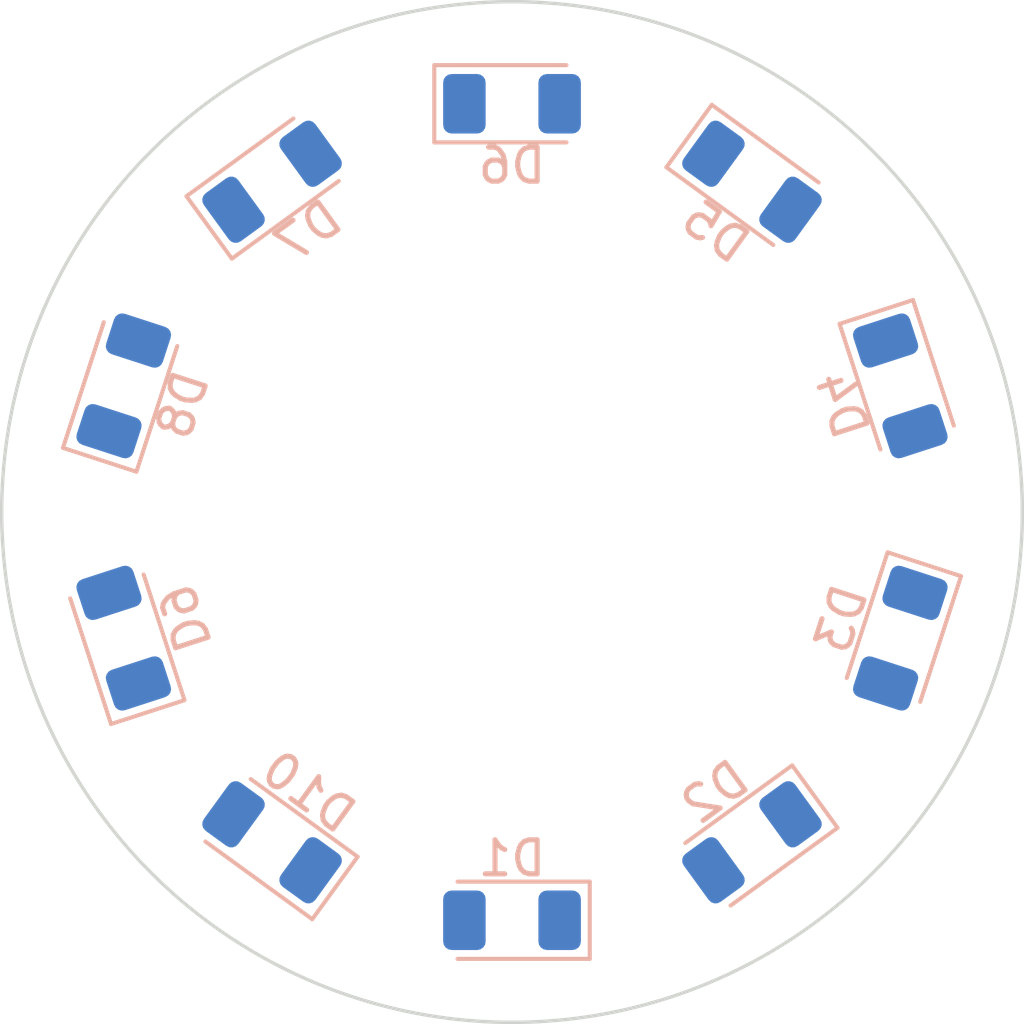
<source format=kicad_pcb>
(kicad_pcb (version 20211014) (generator pcbnew)
  (layers (0 "F.Cu" signal) (31 "B.Cu" signal) (34 "B.Paste" user) (35 "F.Paste" user) (36 "B.SilkS" user "B.Silkscreen") (37 "F.SilkS" user "F.Silkscreen") (38 "B.Mask" user) (39 "F.Mask" user) (44 "Edge.Cuts" user))
  (net 0 "")
  (net 1 "GND")
  (net 2 "VCC")
  (footprint "LED_SMD:LED_1206_3216Metric" (layer "B.Cu") (at 192.947 70.292 36)
    (fp_text reference "D7" (at 0 1.82 216) (layer "B.SilkS") (effects (justify mirror)))
    (fp_text value "LED")
    (fp_line (start -2.285 -1.135) (end 1.6 -1.135) (layer "B.SilkS") (width 0.12))
    (fp_line (start 1.6 1.135) (end -2.285 1.135) (layer "B.SilkS") (width 0.12))
    (fp_line (start -2.285 1.135) (end -2.285 -1.135) (layer "B.SilkS") (width 0.12))
    (pad "1" smd roundrect (at -1.4 0 36) (size 1.25 1.75) (layers "B.Cu" "B.Paste" "B.Mask") (roundrect_rratio 0.2) (net 1 "GND"))
    (pad "2" smd roundrect (at 1.4 0 36) (size 1.25 1.75) (layers "B.Cu" "B.Paste" "B.Mask") (roundrect_rratio 0.2) (net 2 "VCC"))
  )
  (footprint "LED_SMD:LED_1206_3216Metric" (layer "B.Cu") (at 200 92 180)
    (fp_text reference "D1" (at 0 1.82) (layer "B.SilkS") (effects (justify mirror)))
    (fp_text value "LED")
    (fp_line (start -2.285 -1.135) (end 1.6 -1.135) (layer "B.SilkS") (width 0.12))
    (fp_line (start -2.285 1.135) (end -2.285 -1.135) (layer "B.SilkS") (width 0.12))
    (fp_line (start 1.6 1.135) (end -2.285 1.135) (layer "B.SilkS") (width 0.12))
    (pad "1" smd roundrect (at -1.4 0 180) (size 1.25 1.75) (layers "B.Cu" "B.Paste" "B.Mask") (roundrect_rratio 0.2) (net 1 "GND"))
    (pad "2" smd roundrect (at 1.4 0 180) (size 1.25 1.75) (layers "B.Cu" "B.Paste" "B.Mask") (roundrect_rratio 0.2) (net 2 "VCC"))
  )
  (footprint "LED_SMD:LED_1206_3216Metric" (layer "B.Cu") (at 211.413 76.292 -72)
    (fp_text reference "D4" (at 0 1.82 108) (layer "B.SilkS") (effects (justify mirror)))
    (fp_text value "LED")
    (fp_line (start -2.285 1.135) (end -2.285 -1.135) (layer "B.SilkS") (width 0.12))
    (fp_line (start 1.6 1.135) (end -2.285 1.135) (layer "B.SilkS") (width 0.12))
    (fp_line (start -2.285 -1.135) (end 1.6 -1.135) (layer "B.SilkS") (width 0.12))
    (pad "1" smd roundrect (at -1.4 0 288) (size 1.25 1.75) (layers "B.Cu" "B.Paste" "B.Mask") (roundrect_rratio 0.2) (net 1 "GND"))
    (pad "2" smd roundrect (at 1.4 0 288) (size 1.25 1.75) (layers "B.Cu" "B.Paste" "B.Mask") (roundrect_rratio 0.2) (net 2 "VCC"))
  )
  (footprint "LED_SMD:LED_1206_3216Metric" (layer "B.Cu") (at 200 68)
    (fp_text reference "D6" (at 0 1.82 180) (layer "B.SilkS") (effects (justify mirror)))
    (fp_text value "LED")
    (fp_line (start -2.285 1.135) (end -2.285 -1.135) (layer "B.SilkS") (width 0.12))
    (fp_line (start -2.285 -1.135) (end 1.6 -1.135) (layer "B.SilkS") (width 0.12))
    (fp_line (start 1.6 1.135) (end -2.285 1.135) (layer "B.SilkS") (width 0.12))
    (pad "1" smd roundrect (at -1.4 0) (size 1.25 1.75) (layers "B.Cu" "B.Paste" "B.Mask") (roundrect_rratio 0.2) (net 1 "GND"))
    (pad "2" smd roundrect (at 1.4 0) (size 1.25 1.75) (layers "B.Cu" "B.Paste" "B.Mask") (roundrect_rratio 0.2) (net 2 "VCC"))
  )
  (footprint "LED_SMD:LED_1206_3216Metric" (layer "B.Cu") (at 192.947 89.708 144)
    (fp_text reference "D10" (at 0 1.82 324) (layer "B.SilkS") (effects (justify mirror)))
    (fp_text value "LED")
    (fp_line (start -2.285 1.135) (end -2.285 -1.135) (layer "B.SilkS") (width 0.12))
    (fp_line (start -2.285 -1.135) (end 1.6 -1.135) (layer "B.SilkS") (width 0.12))
    (fp_line (start 1.6 1.135) (end -2.285 1.135) (layer "B.SilkS") (width 0.12))
    (pad "1" smd roundrect (at -1.4 0 144) (size 1.25 1.75) (layers "B.Cu" "B.Paste" "B.Mask") (roundrect_rratio 0.2) (net 1 "GND"))
    (pad "2" smd roundrect (at 1.4 0 144) (size 1.25 1.75) (layers "B.Cu" "B.Paste" "B.Mask") (roundrect_rratio 0.2) (net 2 "VCC"))
  )
  (footprint "LED_SMD:LED_1206_3216Metric" (layer "B.Cu") (at 188.587 83.708 108)
    (fp_text reference "D9" (at 0 1.82 288) (layer "B.SilkS") (effects (justify mirror)))
    (fp_text value "LED")
    (fp_line (start 1.6 1.135) (end -2.285 1.135) (layer "B.SilkS") (width 0.12))
    (fp_line (start -2.285 1.135) (end -2.285 -1.135) (layer "B.SilkS") (width 0.12))
    (fp_line (start -2.285 -1.135) (end 1.6 -1.135) (layer "B.SilkS") (width 0.12))
    (pad "1" smd roundrect (at -1.4 0 108) (size 1.25 1.75) (layers "B.Cu" "B.Paste" "B.Mask") (roundrect_rratio 0.2) (net 1 "GND"))
    (pad "2" smd roundrect (at 1.4 0 108) (size 1.25 1.75) (layers "B.Cu" "B.Paste" "B.Mask") (roundrect_rratio 0.2) (net 2 "VCC"))
  )
  (footprint "LED_SMD:LED_1206_3216Metric" (layer "B.Cu") (at 188.587 76.292 72)
    (fp_text reference "D8" (at 0 1.82 252) (layer "B.SilkS") (effects (justify mirror)))
    (fp_text value "LED")
    (fp_line (start -2.285 -1.135) (end 1.6 -1.135) (layer "B.SilkS") (width 0.12))
    (fp_line (start 1.6 1.135) (end -2.285 1.135) (layer "B.SilkS") (width 0.12))
    (fp_line (start -2.285 1.135) (end -2.285 -1.135) (layer "B.SilkS") (width 0.12))
    (pad "1" smd roundrect (at -1.4 0 72) (size 1.25 1.75) (layers "B.Cu" "B.Paste" "B.Mask") (roundrect_rratio 0.2) (net 1 "GND"))
    (pad "2" smd roundrect (at 1.4 0 72) (size 1.25 1.75) (layers "B.Cu" "B.Paste" "B.Mask") (roundrect_rratio 0.2) (net 2 "VCC"))
  )
  (footprint "LED_SMD:LED_1206_3216Metric" (layer "B.Cu") (at 207.053 89.708 -144)
    (fp_text reference "D2" (at 0 1.82 36) (layer "B.SilkS") (effects (justify mirror)))
    (fp_text value "LED")
    (fp_line (start 1.6 1.135) (end -2.285 1.135) (layer "B.SilkS") (width 0.12))
    (fp_line (start -2.285 1.135) (end -2.285 -1.135) (layer "B.SilkS") (width 0.12))
    (fp_line (start -2.285 -1.135) (end 1.6 -1.135) (layer "B.SilkS") (width 0.12))
    (pad "1" smd roundrect (at -1.4 0 216) (size 1.25 1.75) (layers "B.Cu" "B.Paste" "B.Mask") (roundrect_rratio 0.2) (net 1 "GND"))
    (pad "2" smd roundrect (at 1.4 0 216) (size 1.25 1.75) (layers "B.Cu" "B.Paste" "B.Mask") (roundrect_rratio 0.2) (net 2 "VCC"))
  )
  (footprint "LED_SMD:LED_1206_3216Metric" (layer "B.Cu") (at 211.413 83.708 -108)
    (fp_text reference "D3" (at 0 1.82 72) (layer "B.SilkS") (effects (justify mirror)))
    (fp_text value "LED")
    (fp_line (start -2.285 1.135) (end -2.285 -1.135) (layer "B.SilkS") (width 0.12))
    (fp_line (start 1.6 1.135) (end -2.285 1.135) (layer "B.SilkS") (width 0.12))
    (fp_line (start -2.285 -1.135) (end 1.6 -1.135) (layer "B.SilkS") (width 0.12))
    (pad "1" smd roundrect (at -1.4 0 252) (size 1.25 1.75) (layers "B.Cu" "B.Paste" "B.Mask") (roundrect_rratio 0.2) (net 1 "GND"))
    (pad "2" smd roundrect (at 1.4 0 252) (size 1.25 1.75) (layers "B.Cu" "B.Paste" "B.Mask") (roundrect_rratio 0.2) (net 2 "VCC"))
  )
  (footprint "LED_SMD:LED_1206_3216Metric" (layer "B.Cu") (at 207.053 70.292 -36)
    (fp_text reference "D5" (at 0 1.82 144) (layer "B.SilkS") (effects (justify mirror)))
    (fp_text value "LED")
    (fp_line (start -2.285 -1.135) (end 1.6 -1.135) (layer "B.SilkS") (width 0.12))
    (fp_line (start 1.6 1.135) (end -2.285 1.135) (layer "B.SilkS") (width 0.12))
    (fp_line (start -2.285 1.135) (end -2.285 -1.135) (layer "B.SilkS") (width 0.12))
    (pad "1" smd roundrect (at -1.4 0 324) (size 1.25 1.75) (layers "B.Cu" "B.Paste" "B.Mask") (roundrect_rratio 0.2) (net 1 "GND"))
    (pad "2" smd roundrect (at 1.4 0 324) (size 1.25 1.75) (layers "B.Cu" "B.Paste" "B.Mask") (roundrect_rratio 0.2) (net 2 "VCC"))
  )
  (gr_circle (center 200 80) (end 215 80) (layer "Edge.Cuts") (width 0.1) (fill none))
)
</source>
